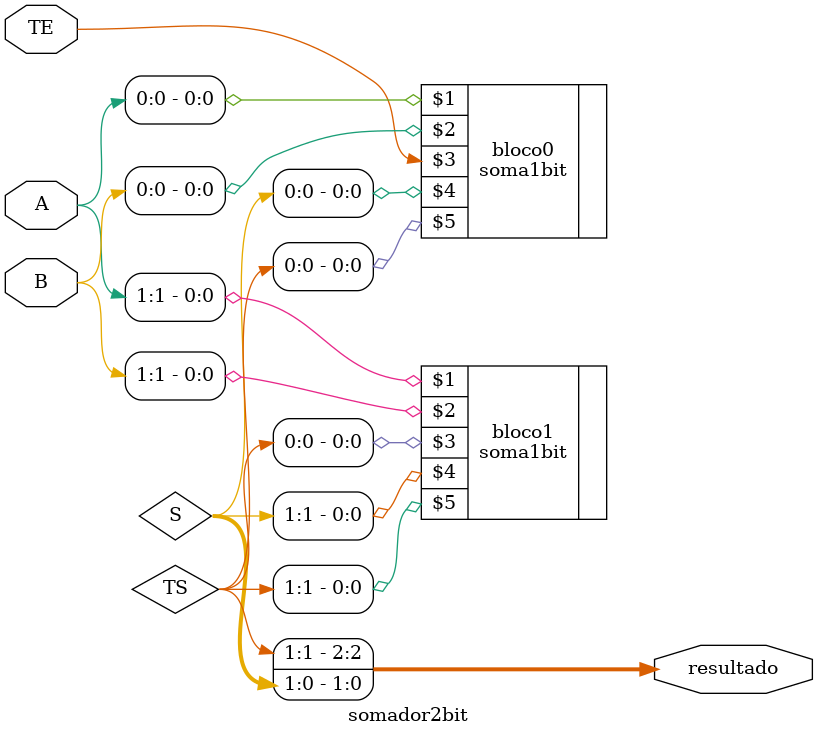
<source format=v>
	/*
	*
	* Nomes: Gabriel Augusto, Gabriel Araujo
	* Data: 14/09/2023
	*
	*--------------------------------------------------*
	*
	* Projeto de somador de 2 bits
	*/
	
	module somador2bit (A ,B ,resultado,TE);
	input [1:0] A,B;
	input TE;
	output [2:0] resultado;
	
	//Criando variaveis auxiliares
	wire [1:0] S, TS;
	
	//soma1bit(A,B,TE,S,TS)
	
	soma1bit bloco0 (A[0], B[0], TE, S[0],TS[0]);
	soma1bit bloco1 (A[1],B[1],TS[0],S[1],TS[1]);
	
	assign resultado = {TS[1], S[1:0]};
	endmodule
	
</source>
